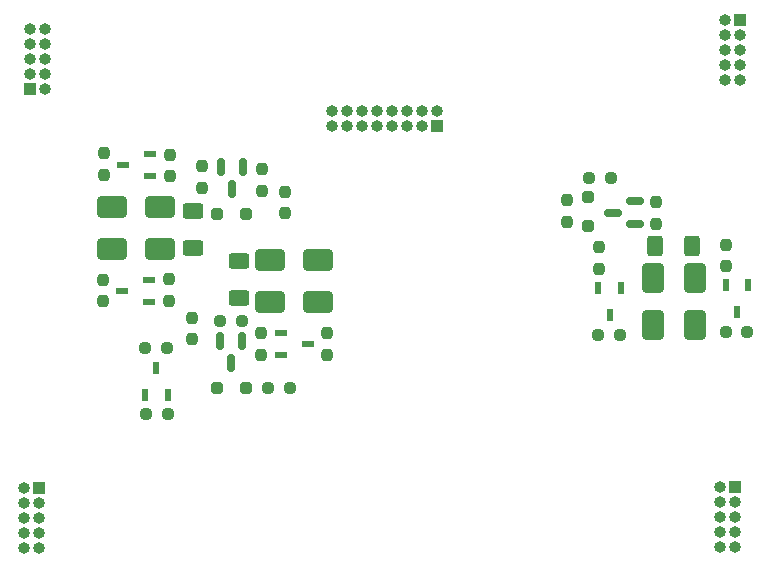
<source format=gbr>
%TF.GenerationSoftware,KiCad,Pcbnew,7.0.10*%
%TF.CreationDate,2025-06-08T09:49:36+02:00*%
%TF.ProjectId,DIC_Addon,4449435f-4164-4646-9f6e-2e6b69636164,rev?*%
%TF.SameCoordinates,Original*%
%TF.FileFunction,Soldermask,Bot*%
%TF.FilePolarity,Negative*%
%FSLAX46Y46*%
G04 Gerber Fmt 4.6, Leading zero omitted, Abs format (unit mm)*
G04 Created by KiCad (PCBNEW 7.0.10) date 2025-06-08 09:49:36*
%MOMM*%
%LPD*%
G01*
G04 APERTURE LIST*
G04 Aperture macros list*
%AMRoundRect*
0 Rectangle with rounded corners*
0 $1 Rounding radius*
0 $2 $3 $4 $5 $6 $7 $8 $9 X,Y pos of 4 corners*
0 Add a 4 corners polygon primitive as box body*
4,1,4,$2,$3,$4,$5,$6,$7,$8,$9,$2,$3,0*
0 Add four circle primitives for the rounded corners*
1,1,$1+$1,$2,$3*
1,1,$1+$1,$4,$5*
1,1,$1+$1,$6,$7*
1,1,$1+$1,$8,$9*
0 Add four rect primitives between the rounded corners*
20,1,$1+$1,$2,$3,$4,$5,0*
20,1,$1+$1,$4,$5,$6,$7,0*
20,1,$1+$1,$6,$7,$8,$9,0*
20,1,$1+$1,$8,$9,$2,$3,0*%
G04 Aperture macros list end*
%ADD10R,1.000000X1.000000*%
%ADD11O,1.000000X1.000000*%
%ADD12RoundRect,0.237500X0.237500X-0.250000X0.237500X0.250000X-0.237500X0.250000X-0.237500X-0.250000X0*%
%ADD13RoundRect,0.237500X-0.237500X0.250000X-0.237500X-0.250000X0.237500X-0.250000X0.237500X0.250000X0*%
%ADD14R,0.568000X1.131799*%
%ADD15RoundRect,0.237500X0.250000X0.237500X-0.250000X0.237500X-0.250000X-0.237500X0.250000X-0.237500X0*%
%ADD16RoundRect,0.237500X-0.250000X-0.237500X0.250000X-0.237500X0.250000X0.237500X-0.250000X0.237500X0*%
%ADD17RoundRect,0.250000X-1.000000X-0.650000X1.000000X-0.650000X1.000000X0.650000X-1.000000X0.650000X0*%
%ADD18RoundRect,0.250000X0.250000X0.250000X-0.250000X0.250000X-0.250000X-0.250000X0.250000X-0.250000X0*%
%ADD19RoundRect,0.250000X1.000000X0.650000X-1.000000X0.650000X-1.000000X-0.650000X1.000000X-0.650000X0*%
%ADD20R,1.131799X0.568000*%
%ADD21RoundRect,0.250000X0.250000X-0.250000X0.250000X0.250000X-0.250000X0.250000X-0.250000X-0.250000X0*%
%ADD22RoundRect,0.250000X-0.250000X-0.250000X0.250000X-0.250000X0.250000X0.250000X-0.250000X0.250000X0*%
%ADD23RoundRect,0.150000X-0.150000X0.587500X-0.150000X-0.587500X0.150000X-0.587500X0.150000X0.587500X0*%
%ADD24RoundRect,0.250000X0.400000X0.625000X-0.400000X0.625000X-0.400000X-0.625000X0.400000X-0.625000X0*%
%ADD25RoundRect,0.250000X0.625000X-0.400000X0.625000X0.400000X-0.625000X0.400000X-0.625000X-0.400000X0*%
%ADD26RoundRect,0.250000X-0.625000X0.400000X-0.625000X-0.400000X0.625000X-0.400000X0.625000X0.400000X0*%
%ADD27RoundRect,0.250000X-0.650000X1.000000X-0.650000X-1.000000X0.650000X-1.000000X0.650000X1.000000X0*%
%ADD28RoundRect,0.150000X0.587500X0.150000X-0.587500X0.150000X-0.587500X-0.150000X0.587500X-0.150000X0*%
G04 APERTURE END LIST*
D10*
%TO.C,J6*%
X16891000Y-54483000D03*
D11*
X15621000Y-54483000D03*
X16891000Y-55753000D03*
X15621000Y-55753000D03*
X16891000Y-57023000D03*
X15621000Y-57023000D03*
X16891000Y-58293000D03*
X15621000Y-58293000D03*
X16891000Y-59563000D03*
X15621000Y-59563000D03*
%TD*%
D10*
%TO.C,J2*%
X76200000Y-14859000D03*
D11*
X74930000Y-14859000D03*
X76200000Y-16129000D03*
X74930000Y-16129000D03*
X76200000Y-17399000D03*
X74930000Y-17399000D03*
X76200000Y-18669000D03*
X74930000Y-18669000D03*
X76200000Y-19939000D03*
X74930000Y-19939000D03*
%TD*%
D10*
%TO.C,J5*%
X16129000Y-20701000D03*
D11*
X17399000Y-20701000D03*
X16129000Y-19431000D03*
X17399000Y-19431000D03*
X16129000Y-18161000D03*
X17399000Y-18161000D03*
X16129000Y-16891000D03*
X17399000Y-16891000D03*
X16129000Y-15621000D03*
X17399000Y-15621000D03*
%TD*%
D10*
%TO.C,J4*%
X75819000Y-54473000D03*
D11*
X74549000Y-54473000D03*
X75819000Y-55743000D03*
X74549000Y-55743000D03*
X75819000Y-57013000D03*
X74549000Y-57013000D03*
X75819000Y-58283000D03*
X74549000Y-58283000D03*
X75819000Y-59553000D03*
X74549000Y-59553000D03*
%TD*%
D12*
%TO.C,R16*%
X41275000Y-43225500D03*
X41275000Y-41400500D03*
%TD*%
D13*
%TO.C,R25*%
X74995999Y-33909000D03*
X74995999Y-35734000D03*
%TD*%
D14*
%TO.C,Q9*%
X64229100Y-37592000D03*
X66129102Y-37592000D03*
X65179101Y-39878000D03*
%TD*%
D12*
%TO.C,R3*%
X27852500Y-38689500D03*
X27852500Y-36864500D03*
%TD*%
%TO.C,R2*%
X22353400Y-28007499D03*
X22353400Y-26182499D03*
%TD*%
D13*
%TO.C,R29*%
X69088000Y-30313000D03*
X69088000Y-32138000D03*
%TD*%
D12*
%TO.C,R1*%
X27941400Y-28134499D03*
X27941400Y-26309499D03*
%TD*%
D15*
%TO.C,R18*%
X27701000Y-42672000D03*
X25876000Y-42672000D03*
%TD*%
D16*
%TO.C,R27*%
X74995999Y-41275000D03*
X76820999Y-41275000D03*
%TD*%
D17*
%TO.C,D11*%
X36449000Y-38735000D03*
X40449000Y-38735000D03*
%TD*%
D16*
%TO.C,R17*%
X25923000Y-48260000D03*
X27748000Y-48260000D03*
%TD*%
D12*
%TO.C,R6*%
X35726500Y-29333500D03*
X35726500Y-27508500D03*
%TD*%
D18*
%TO.C,D10*%
X34417000Y-46074500D03*
X31917000Y-46074500D03*
%TD*%
D10*
%TO.C,J3*%
X50551000Y-23866000D03*
D11*
X50551000Y-22596000D03*
X49281000Y-23866000D03*
X49281000Y-22596000D03*
X48011000Y-23866000D03*
X48011000Y-22596000D03*
X46741000Y-23866000D03*
X46741000Y-22596000D03*
X45471000Y-23866000D03*
X45471000Y-22596000D03*
X44201000Y-23866000D03*
X44201000Y-22596000D03*
X42931000Y-23866000D03*
X42931000Y-22596000D03*
X41661000Y-23866000D03*
X41661000Y-22596000D03*
%TD*%
D19*
%TO.C,D3*%
X27090500Y-34268000D03*
X23090500Y-34268000D03*
%TD*%
D13*
%TO.C,R7*%
X30646500Y-27259500D03*
X30646500Y-29084500D03*
%TD*%
D20*
%TO.C,Q7*%
X37338000Y-43263001D03*
X37338000Y-41362999D03*
X39624000Y-42313000D03*
%TD*%
D12*
%TO.C,R28*%
X61595000Y-31964000D03*
X61595000Y-30139000D03*
%TD*%
D21*
%TO.C,D5*%
X63373000Y-32345000D03*
X63373000Y-29845000D03*
%TD*%
D22*
%TO.C,D1*%
X31916500Y-31347000D03*
X34416500Y-31347000D03*
%TD*%
D23*
%TO.C,Q10*%
X32197000Y-42089000D03*
X34097000Y-42089000D03*
X33147000Y-43964000D03*
%TD*%
D20*
%TO.C,Q2*%
X26201500Y-36888000D03*
X26201500Y-38788002D03*
X23915500Y-37838001D03*
%TD*%
D16*
%TO.C,R23*%
X64238500Y-41529000D03*
X66063500Y-41529000D03*
%TD*%
D24*
%TO.C,TH5*%
X72162000Y-34036000D03*
X69062000Y-34036000D03*
%TD*%
D13*
%TO.C,R19*%
X29845000Y-40108500D03*
X29845000Y-41933500D03*
%TD*%
D12*
%TO.C,R21*%
X64262000Y-35941000D03*
X64262000Y-34116000D03*
%TD*%
D16*
%TO.C,R20*%
X36298500Y-46074500D03*
X38123500Y-46074500D03*
%TD*%
D13*
%TO.C,R15*%
X35687000Y-41400500D03*
X35687000Y-43225500D03*
%TD*%
D19*
%TO.C,D2*%
X27090500Y-30734000D03*
X23090500Y-30734000D03*
%TD*%
D25*
%TO.C,TH1*%
X29884500Y-34167000D03*
X29884500Y-31067000D03*
%TD*%
D17*
%TO.C,D12*%
X36449000Y-35201000D03*
X40449000Y-35201000D03*
%TD*%
D26*
%TO.C,TH3*%
X33782000Y-35302000D03*
X33782000Y-38402000D03*
%TD*%
D20*
%TO.C,Q1*%
X26290400Y-26205999D03*
X26290400Y-28106001D03*
X24004400Y-27156000D03*
%TD*%
D27*
%TO.C,D8*%
X72390000Y-36703000D03*
X72390000Y-40703000D03*
%TD*%
D23*
%TO.C,Q3*%
X32236500Y-27361500D03*
X34136500Y-27361500D03*
X33186500Y-29236500D03*
%TD*%
D14*
%TO.C,Q11*%
X74995999Y-37338000D03*
X76896001Y-37338000D03*
X75946000Y-39624000D03*
%TD*%
%TO.C,Q8*%
X27762001Y-46609000D03*
X25861999Y-46609000D03*
X26812000Y-44323000D03*
%TD*%
D13*
%TO.C,R4*%
X22264500Y-36888000D03*
X22264500Y-38713000D03*
%TD*%
D16*
%TO.C,R22*%
X32211000Y-40359500D03*
X34036000Y-40359500D03*
%TD*%
D27*
%TO.C,D7*%
X68834000Y-36703000D03*
X68834000Y-40703000D03*
%TD*%
D16*
%TO.C,R26*%
X63476500Y-28281000D03*
X65301500Y-28281000D03*
%TD*%
D28*
%TO.C,Q12*%
X67358500Y-30252000D03*
X67358500Y-32152000D03*
X65483500Y-31202000D03*
%TD*%
D12*
%TO.C,R5*%
X37719000Y-31265500D03*
X37719000Y-29440500D03*
%TD*%
M02*

</source>
